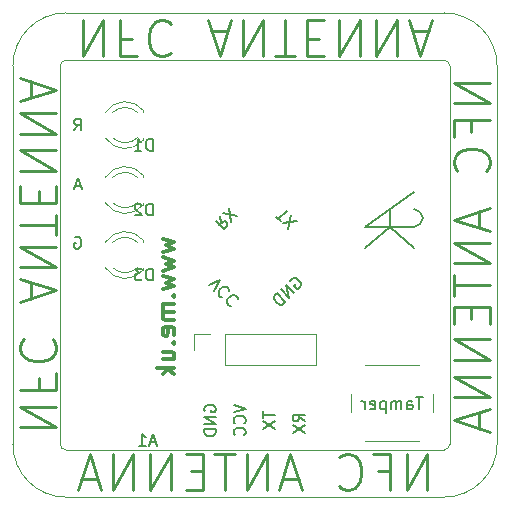
<source format=gbr>
%TF.GenerationSoftware,KiCad,Pcbnew,(5.1.9-0-10_14)*%
%TF.CreationDate,2021-04-20T20:33:20+01:00*%
%TF.ProjectId,PN532,504e3533-322e-46b6-9963-61645f706362,rev?*%
%TF.SameCoordinates,Original*%
%TF.FileFunction,Legend,Bot*%
%TF.FilePolarity,Positive*%
%FSLAX46Y46*%
G04 Gerber Fmt 4.6, Leading zero omitted, Abs format (unit mm)*
G04 Created by KiCad (PCBNEW (5.1.9-0-10_14)) date 2021-04-20 20:33:20*
%MOMM*%
%LPD*%
G01*
G04 APERTURE LIST*
%ADD10C,0.150000*%
%ADD11C,0.300000*%
%ADD12C,0.200000*%
%ADD13C,0.120000*%
%ADD14C,0.250000*%
G04 APERTURE END LIST*
D10*
X135195238Y-91052380D02*
X134623809Y-91052380D01*
X134909523Y-92052380D02*
X134909523Y-91052380D01*
X133861904Y-92052380D02*
X133861904Y-91528571D01*
X133909523Y-91433333D01*
X134004761Y-91385714D01*
X134195238Y-91385714D01*
X134290476Y-91433333D01*
X133861904Y-92004761D02*
X133957142Y-92052380D01*
X134195238Y-92052380D01*
X134290476Y-92004761D01*
X134338095Y-91909523D01*
X134338095Y-91814285D01*
X134290476Y-91719047D01*
X134195238Y-91671428D01*
X133957142Y-91671428D01*
X133861904Y-91623809D01*
X133385714Y-92052380D02*
X133385714Y-91385714D01*
X133385714Y-91480952D02*
X133338095Y-91433333D01*
X133242857Y-91385714D01*
X133100000Y-91385714D01*
X133004761Y-91433333D01*
X132957142Y-91528571D01*
X132957142Y-92052380D01*
X132957142Y-91528571D02*
X132909523Y-91433333D01*
X132814285Y-91385714D01*
X132671428Y-91385714D01*
X132576190Y-91433333D01*
X132528571Y-91528571D01*
X132528571Y-92052380D01*
X132052380Y-91385714D02*
X132052380Y-92385714D01*
X132052380Y-91433333D02*
X131957142Y-91385714D01*
X131766666Y-91385714D01*
X131671428Y-91433333D01*
X131623809Y-91480952D01*
X131576190Y-91576190D01*
X131576190Y-91861904D01*
X131623809Y-91957142D01*
X131671428Y-92004761D01*
X131766666Y-92052380D01*
X131957142Y-92052380D01*
X132052380Y-92004761D01*
X130766666Y-92004761D02*
X130861904Y-92052380D01*
X131052380Y-92052380D01*
X131147619Y-92004761D01*
X131195238Y-91909523D01*
X131195238Y-91528571D01*
X131147619Y-91433333D01*
X131052380Y-91385714D01*
X130861904Y-91385714D01*
X130766666Y-91433333D01*
X130719047Y-91528571D01*
X130719047Y-91623809D01*
X131195238Y-91719047D01*
X130290476Y-92052380D02*
X130290476Y-91385714D01*
X130290476Y-91576190D02*
X130242857Y-91480952D01*
X130195238Y-91433333D01*
X130100000Y-91385714D01*
X130004761Y-91385714D01*
D11*
X113178571Y-77614285D02*
X114178571Y-77900000D01*
X113464285Y-78185714D01*
X114178571Y-78471428D01*
X113178571Y-78757142D01*
X113178571Y-79185714D02*
X114178571Y-79471428D01*
X113464285Y-79757142D01*
X114178571Y-80042857D01*
X113178571Y-80328571D01*
X113178571Y-80757142D02*
X114178571Y-81042857D01*
X113464285Y-81328571D01*
X114178571Y-81614285D01*
X113178571Y-81900000D01*
X114035714Y-82471428D02*
X114107142Y-82542857D01*
X114178571Y-82471428D01*
X114107142Y-82400000D01*
X114035714Y-82471428D01*
X114178571Y-82471428D01*
X114178571Y-83185714D02*
X113178571Y-83185714D01*
X113321428Y-83185714D02*
X113250000Y-83257142D01*
X113178571Y-83400000D01*
X113178571Y-83614285D01*
X113250000Y-83757142D01*
X113392857Y-83828571D01*
X114178571Y-83828571D01*
X113392857Y-83828571D02*
X113250000Y-83900000D01*
X113178571Y-84042857D01*
X113178571Y-84257142D01*
X113250000Y-84400000D01*
X113392857Y-84471428D01*
X114178571Y-84471428D01*
X114107142Y-85757142D02*
X114178571Y-85614285D01*
X114178571Y-85328571D01*
X114107142Y-85185714D01*
X113964285Y-85114285D01*
X113392857Y-85114285D01*
X113250000Y-85185714D01*
X113178571Y-85328571D01*
X113178571Y-85614285D01*
X113250000Y-85757142D01*
X113392857Y-85828571D01*
X113535714Y-85828571D01*
X113678571Y-85114285D01*
X114035714Y-86471428D02*
X114107142Y-86542857D01*
X114178571Y-86471428D01*
X114107142Y-86400000D01*
X114035714Y-86471428D01*
X114178571Y-86471428D01*
X113178571Y-87828571D02*
X114178571Y-87828571D01*
X113178571Y-87185714D02*
X113964285Y-87185714D01*
X114107142Y-87257142D01*
X114178571Y-87400000D01*
X114178571Y-87614285D01*
X114107142Y-87757142D01*
X114035714Y-87828571D01*
X114178571Y-88542857D02*
X112678571Y-88542857D01*
X113607142Y-88685714D02*
X114178571Y-89114285D01*
X113178571Y-89114285D02*
X113750000Y-88542857D01*
D10*
X118062267Y-75697969D02*
X118163282Y-76270389D01*
X117658206Y-76102030D02*
X118365312Y-76809137D01*
X118634687Y-76539763D01*
X118668358Y-76438748D01*
X118668358Y-76371404D01*
X118634687Y-76270389D01*
X118533671Y-76169374D01*
X118432656Y-76135702D01*
X118365312Y-76135702D01*
X118264297Y-76169374D01*
X117994923Y-76438748D01*
X119005076Y-76169374D02*
X118769374Y-74990862D01*
X119476480Y-75697969D02*
X118297969Y-75462267D01*
X122774026Y-75748477D02*
X123178087Y-76152538D01*
X123683164Y-75243400D02*
X122976057Y-75950507D01*
X123346446Y-76320896D02*
X124524957Y-76085194D01*
X123817851Y-76792301D02*
X124053553Y-75613790D01*
X117069965Y-81544416D02*
X118012774Y-81073011D01*
X117541370Y-82015820D01*
X118820896Y-82015820D02*
X118820896Y-81948477D01*
X118753553Y-81813790D01*
X118686209Y-81746446D01*
X118551522Y-81679103D01*
X118416835Y-81679103D01*
X118315820Y-81712774D01*
X118147461Y-81813790D01*
X118046446Y-81914805D01*
X117945431Y-82083164D01*
X117911759Y-82184179D01*
X117911759Y-82318866D01*
X117979103Y-82453553D01*
X118046446Y-82520896D01*
X118181133Y-82588240D01*
X118248477Y-82588240D01*
X119528003Y-82722927D02*
X119528003Y-82655583D01*
X119460660Y-82520896D01*
X119393316Y-82453553D01*
X119258629Y-82386209D01*
X119123942Y-82386209D01*
X119022927Y-82419881D01*
X118854568Y-82520896D01*
X118753553Y-82621912D01*
X118652538Y-82790270D01*
X118618866Y-82891286D01*
X118618866Y-83025973D01*
X118686209Y-83160660D01*
X118753553Y-83228003D01*
X118888240Y-83295347D01*
X118955583Y-83295347D01*
X123985194Y-81207698D02*
X124018866Y-81106683D01*
X124119881Y-81005668D01*
X124254568Y-80938324D01*
X124389255Y-80938324D01*
X124490270Y-80971996D01*
X124658629Y-81073011D01*
X124759644Y-81174026D01*
X124860660Y-81342385D01*
X124894331Y-81443400D01*
X124894331Y-81578087D01*
X124826988Y-81712774D01*
X124759644Y-81780118D01*
X124624957Y-81847461D01*
X124557614Y-81847461D01*
X124321912Y-81611759D01*
X124456599Y-81477072D01*
X124321912Y-82217851D02*
X123614805Y-81510744D01*
X123917851Y-82621912D01*
X123210744Y-81914805D01*
X123581133Y-82958629D02*
X122874026Y-82251522D01*
X122705668Y-82419881D01*
X122638324Y-82554568D01*
X122638324Y-82689255D01*
X122671996Y-82790270D01*
X122773011Y-82958629D01*
X122874026Y-83059644D01*
X123042385Y-83160660D01*
X123143400Y-83194331D01*
X123278087Y-83194331D01*
X123412774Y-83126988D01*
X123581133Y-82958629D01*
X106238095Y-73166666D02*
X105761904Y-73166666D01*
X106333333Y-73452380D02*
X106000000Y-72452380D01*
X105666666Y-73452380D01*
X105738095Y-77500000D02*
X105833333Y-77452380D01*
X105976190Y-77452380D01*
X106119047Y-77500000D01*
X106214285Y-77595238D01*
X106261904Y-77690476D01*
X106309523Y-77880952D01*
X106309523Y-78023809D01*
X106261904Y-78214285D01*
X106214285Y-78309523D01*
X106119047Y-78404761D01*
X105976190Y-78452380D01*
X105880952Y-78452380D01*
X105738095Y-78404761D01*
X105690476Y-78357142D01*
X105690476Y-78023809D01*
X105880952Y-78023809D01*
X105690476Y-68452380D02*
X106023809Y-67976190D01*
X106261904Y-68452380D02*
X106261904Y-67452380D01*
X105880952Y-67452380D01*
X105785714Y-67500000D01*
X105738095Y-67547619D01*
X105690476Y-67642857D01*
X105690476Y-67785714D01*
X105738095Y-67880952D01*
X105785714Y-67928571D01*
X105880952Y-67976190D01*
X106261904Y-67976190D01*
X125202380Y-93083333D02*
X124726190Y-92750000D01*
X125202380Y-92511904D02*
X124202380Y-92511904D01*
X124202380Y-92892857D01*
X124250000Y-92988095D01*
X124297619Y-93035714D01*
X124392857Y-93083333D01*
X124535714Y-93083333D01*
X124630952Y-93035714D01*
X124678571Y-92988095D01*
X124726190Y-92892857D01*
X124726190Y-92511904D01*
X124202380Y-93416666D02*
X125202380Y-94083333D01*
X124202380Y-94083333D02*
X125202380Y-93416666D01*
X119202380Y-91666666D02*
X120202380Y-92000000D01*
X119202380Y-92333333D01*
X120107142Y-93238095D02*
X120154761Y-93190476D01*
X120202380Y-93047619D01*
X120202380Y-92952380D01*
X120154761Y-92809523D01*
X120059523Y-92714285D01*
X119964285Y-92666666D01*
X119773809Y-92619047D01*
X119630952Y-92619047D01*
X119440476Y-92666666D01*
X119345238Y-92714285D01*
X119250000Y-92809523D01*
X119202380Y-92952380D01*
X119202380Y-93047619D01*
X119250000Y-93190476D01*
X119297619Y-93238095D01*
X120107142Y-94238095D02*
X120154761Y-94190476D01*
X120202380Y-94047619D01*
X120202380Y-93952380D01*
X120154761Y-93809523D01*
X120059523Y-93714285D01*
X119964285Y-93666666D01*
X119773809Y-93619047D01*
X119630952Y-93619047D01*
X119440476Y-93666666D01*
X119345238Y-93714285D01*
X119250000Y-93809523D01*
X119202380Y-93952380D01*
X119202380Y-94047619D01*
X119250000Y-94190476D01*
X119297619Y-94238095D01*
X121702380Y-92238095D02*
X121702380Y-92809523D01*
X122702380Y-92523809D02*
X121702380Y-92523809D01*
X121702380Y-93047619D02*
X122702380Y-93714285D01*
X121702380Y-93714285D02*
X122702380Y-93047619D01*
X116750000Y-92238095D02*
X116702380Y-92142857D01*
X116702380Y-92000000D01*
X116750000Y-91857142D01*
X116845238Y-91761904D01*
X116940476Y-91714285D01*
X117130952Y-91666666D01*
X117273809Y-91666666D01*
X117464285Y-91714285D01*
X117559523Y-91761904D01*
X117654761Y-91857142D01*
X117702380Y-92000000D01*
X117702380Y-92095238D01*
X117654761Y-92238095D01*
X117607142Y-92285714D01*
X117273809Y-92285714D01*
X117273809Y-92095238D01*
X117702380Y-92714285D02*
X116702380Y-92714285D01*
X117702380Y-93285714D01*
X116702380Y-93285714D01*
X117702380Y-93761904D02*
X116702380Y-93761904D01*
X116702380Y-94000000D01*
X116750000Y-94142857D01*
X116845238Y-94238095D01*
X116940476Y-94285714D01*
X117130952Y-94333333D01*
X117273809Y-94333333D01*
X117464285Y-94285714D01*
X117559523Y-94238095D01*
X117654761Y-94142857D01*
X117702380Y-94000000D01*
X117702380Y-93761904D01*
D12*
%TO.C,AJK1*%
X130350000Y-78370000D02*
X132408820Y-76605290D01*
X132409000Y-76605300D02*
X132409000Y-75134700D01*
X132408820Y-76605290D02*
X134467650Y-78370000D01*
X134987579Y-75350074D02*
X134467650Y-75134712D01*
X134987579Y-76389938D02*
X135202940Y-75870006D01*
X135202940Y-75870006D02*
X134987579Y-75350074D01*
X130350000Y-76605300D02*
X134467650Y-76605300D01*
X134467650Y-76605300D02*
X134987579Y-76389938D01*
X134467650Y-73664120D02*
X130350000Y-76605300D01*
D13*
%TO.C,A1*%
X104500000Y-95000000D02*
X104500000Y-63000000D01*
X100500000Y-95000000D02*
X100500000Y-63000000D01*
X105000000Y-95500000D02*
X137000000Y-95500000D01*
X137000000Y-99500000D02*
X105000000Y-99500000D01*
X137500000Y-95000000D02*
X137500000Y-63000000D01*
X137000000Y-62500000D02*
X105000000Y-62500000D01*
X105000000Y-58500000D02*
X137000000Y-58500000D01*
X141500000Y-63000000D02*
X141500000Y-95000000D01*
X105000000Y-58500000D02*
G75*
G03*
X100500000Y-63000000I0J-4500000D01*
G01*
X100500000Y-95000000D02*
G75*
G03*
X105000000Y-99500000I4500000J0D01*
G01*
X137000000Y-99500000D02*
G75*
G03*
X141500000Y-95000000I0J4500000D01*
G01*
X141500000Y-63000000D02*
G75*
G03*
X137000000Y-58500000I-4500000J0D01*
G01*
X137500000Y-63000000D02*
G75*
G03*
X137000000Y-62500000I-500000J0D01*
G01*
X105000000Y-62500000D02*
G75*
G03*
X104500000Y-63000000I0J-500000D01*
G01*
X104500000Y-95000000D02*
G75*
G03*
X105000000Y-95500000I500000J0D01*
G01*
X137000000Y-95500000D02*
G75*
G03*
X137500000Y-95000000I0J500000D01*
G01*
%TO.C,J1*%
X126140000Y-85670000D02*
X126140000Y-88330000D01*
X118460000Y-85670000D02*
X126140000Y-85670000D01*
X118460000Y-88330000D02*
X126140000Y-88330000D01*
X118460000Y-85670000D02*
X118460000Y-88330000D01*
X117190000Y-85670000D02*
X115860000Y-85670000D01*
X115860000Y-85670000D02*
X115860000Y-87000000D01*
%TO.C,SW1*%
X134850000Y-94775000D02*
X130350000Y-94775000D01*
X136100000Y-90775000D02*
X136100000Y-92275000D01*
X130350000Y-88275000D02*
X134850000Y-88275000D01*
X129100000Y-92275000D02*
X129100000Y-90775000D01*
%TO.C,D1*%
X111560000Y-69080000D02*
X111560000Y-69236000D01*
X111560000Y-66764000D02*
X111560000Y-66920000D01*
X108958870Y-69079837D02*
G75*
G03*
X111040961Y-69080000I1041130J1079837D01*
G01*
X108958870Y-66920163D02*
G75*
G02*
X111040961Y-66920000I1041130J-1079837D01*
G01*
X108327665Y-69078608D02*
G75*
G03*
X111560000Y-69235516I1672335J1078608D01*
G01*
X108327665Y-66921392D02*
G75*
G02*
X111560000Y-66764484I1672335J-1078608D01*
G01*
%TO.C,D2*%
X111560000Y-74580000D02*
X111560000Y-74736000D01*
X111560000Y-72264000D02*
X111560000Y-72420000D01*
X108958870Y-74579837D02*
G75*
G03*
X111040961Y-74580000I1041130J1079837D01*
G01*
X108958870Y-72420163D02*
G75*
G02*
X111040961Y-72420000I1041130J-1079837D01*
G01*
X108327665Y-74578608D02*
G75*
G03*
X111560000Y-74735516I1672335J1078608D01*
G01*
X108327665Y-72421392D02*
G75*
G02*
X111560000Y-72264484I1672335J-1078608D01*
G01*
%TO.C,D3*%
X111560000Y-80080000D02*
X111560000Y-80236000D01*
X111560000Y-77764000D02*
X111560000Y-77920000D01*
X108958870Y-80079837D02*
G75*
G03*
X111040961Y-80080000I1041130J1079837D01*
G01*
X108958870Y-77920163D02*
G75*
G02*
X111040961Y-77920000I1041130J-1079837D01*
G01*
X108327665Y-80078608D02*
G75*
G03*
X111560000Y-80235516I1672335J1078608D01*
G01*
X108327665Y-77921392D02*
G75*
G02*
X111560000Y-77764484I1672335J-1078608D01*
G01*
%TO.C,A1*%
D10*
X112614285Y-94866666D02*
X112138095Y-94866666D01*
X112709523Y-95152380D02*
X112376190Y-94152380D01*
X112042857Y-95152380D01*
X111185714Y-95152380D02*
X111757142Y-95152380D01*
X111471428Y-95152380D02*
X111471428Y-94152380D01*
X111566666Y-94295238D01*
X111661904Y-94390476D01*
X111757142Y-94438095D01*
D14*
X140857142Y-64428571D02*
X137857142Y-64428571D01*
X140857142Y-66142857D01*
X137857142Y-66142857D01*
X139285714Y-68571428D02*
X139285714Y-67571428D01*
X140857142Y-67571428D02*
X137857142Y-67571428D01*
X137857142Y-69000000D01*
X140571428Y-71857142D02*
X140714285Y-71714285D01*
X140857142Y-71285714D01*
X140857142Y-71000000D01*
X140714285Y-70571428D01*
X140428571Y-70285714D01*
X140142857Y-70142857D01*
X139571428Y-70000000D01*
X139142857Y-70000000D01*
X138571428Y-70142857D01*
X138285714Y-70285714D01*
X138000000Y-70571428D01*
X137857142Y-71000000D01*
X137857142Y-71285714D01*
X138000000Y-71714285D01*
X138142857Y-71857142D01*
X140000000Y-75285714D02*
X140000000Y-76714285D01*
X140857142Y-75000000D02*
X137857142Y-76000000D01*
X140857142Y-77000000D01*
X140857142Y-78000000D02*
X137857142Y-78000000D01*
X140857142Y-79714285D01*
X137857142Y-79714285D01*
X137857142Y-80714285D02*
X137857142Y-82428571D01*
X140857142Y-81571428D02*
X137857142Y-81571428D01*
X139285714Y-83428571D02*
X139285714Y-84428571D01*
X140857142Y-84857142D02*
X140857142Y-83428571D01*
X137857142Y-83428571D01*
X137857142Y-84857142D01*
X140857142Y-86142857D02*
X137857142Y-86142857D01*
X140857142Y-87857142D01*
X137857142Y-87857142D01*
X140857142Y-89285714D02*
X137857142Y-89285714D01*
X140857142Y-90999999D01*
X137857142Y-90999999D01*
X140000000Y-92285714D02*
X140000000Y-93714285D01*
X140857142Y-91999999D02*
X137857142Y-92999999D01*
X140857142Y-93999999D01*
X101142857Y-93571428D02*
X104142857Y-93571428D01*
X101142857Y-91857142D01*
X104142857Y-91857142D01*
X102714285Y-89428571D02*
X102714285Y-90428571D01*
X101142857Y-90428571D02*
X104142857Y-90428571D01*
X104142857Y-89000000D01*
X101428571Y-86142857D02*
X101285714Y-86285714D01*
X101142857Y-86714285D01*
X101142857Y-87000000D01*
X101285714Y-87428571D01*
X101571428Y-87714285D01*
X101857142Y-87857142D01*
X102428571Y-88000000D01*
X102857142Y-88000000D01*
X103428571Y-87857142D01*
X103714285Y-87714285D01*
X104000000Y-87428571D01*
X104142857Y-87000000D01*
X104142857Y-86714285D01*
X104000000Y-86285714D01*
X103857142Y-86142857D01*
X102000000Y-82714285D02*
X102000000Y-81285714D01*
X101142857Y-83000000D02*
X104142857Y-82000000D01*
X101142857Y-81000000D01*
X101142857Y-80000000D02*
X104142857Y-80000000D01*
X101142857Y-78285714D01*
X104142857Y-78285714D01*
X104142857Y-77285714D02*
X104142857Y-75571428D01*
X101142857Y-76428571D02*
X104142857Y-76428571D01*
X102714285Y-74571428D02*
X102714285Y-73571428D01*
X101142857Y-73142857D02*
X101142857Y-74571428D01*
X104142857Y-74571428D01*
X104142857Y-73142857D01*
X101142857Y-71857142D02*
X104142857Y-71857142D01*
X101142857Y-70142857D01*
X104142857Y-70142857D01*
X101142857Y-68714285D02*
X104142857Y-68714285D01*
X101142857Y-67000000D01*
X104142857Y-67000000D01*
X102000000Y-65714285D02*
X102000000Y-64285714D01*
X101142857Y-66000000D02*
X104142857Y-65000000D01*
X101142857Y-64000000D01*
X106428571Y-59142857D02*
X106428571Y-62142857D01*
X108142857Y-59142857D01*
X108142857Y-62142857D01*
X110571428Y-60714285D02*
X109571428Y-60714285D01*
X109571428Y-59142857D02*
X109571428Y-62142857D01*
X111000000Y-62142857D01*
X113857142Y-59428571D02*
X113714285Y-59285714D01*
X113285714Y-59142857D01*
X113000000Y-59142857D01*
X112571428Y-59285714D01*
X112285714Y-59571428D01*
X112142857Y-59857142D01*
X112000000Y-60428571D01*
X112000000Y-60857142D01*
X112142857Y-61428571D01*
X112285714Y-61714285D01*
X112571428Y-62000000D01*
X113000000Y-62142857D01*
X113285714Y-62142857D01*
X113714285Y-62000000D01*
X113857142Y-61857142D01*
X117285714Y-60000000D02*
X118714285Y-60000000D01*
X117000000Y-59142857D02*
X118000000Y-62142857D01*
X119000000Y-59142857D01*
X120000000Y-59142857D02*
X120000000Y-62142857D01*
X121714285Y-59142857D01*
X121714285Y-62142857D01*
X122714285Y-62142857D02*
X124428571Y-62142857D01*
X123571428Y-59142857D02*
X123571428Y-62142857D01*
X125428571Y-60714285D02*
X126428571Y-60714285D01*
X126857142Y-59142857D02*
X125428571Y-59142857D01*
X125428571Y-62142857D01*
X126857142Y-62142857D01*
X128142857Y-59142857D02*
X128142857Y-62142857D01*
X129857142Y-59142857D01*
X129857142Y-62142857D01*
X131285714Y-59142857D02*
X131285714Y-62142857D01*
X132999999Y-59142857D01*
X132999999Y-62142857D01*
X134285714Y-60000000D02*
X135714285Y-60000000D01*
X133999999Y-59142857D02*
X135000000Y-62142857D01*
X136000000Y-59142857D01*
X135571428Y-98857142D02*
X135571428Y-95857142D01*
X133857142Y-98857142D01*
X133857142Y-95857142D01*
X131428571Y-97285714D02*
X132428571Y-97285714D01*
X132428571Y-98857142D02*
X132428571Y-95857142D01*
X131000000Y-95857142D01*
X128142857Y-98571428D02*
X128285714Y-98714285D01*
X128714285Y-98857142D01*
X129000000Y-98857142D01*
X129428571Y-98714285D01*
X129714285Y-98428571D01*
X129857142Y-98142857D01*
X130000000Y-97571428D01*
X130000000Y-97142857D01*
X129857142Y-96571428D01*
X129714285Y-96285714D01*
X129428571Y-96000000D01*
X129000000Y-95857142D01*
X128714285Y-95857142D01*
X128285714Y-96000000D01*
X128142857Y-96142857D01*
X124714285Y-98000000D02*
X123285714Y-98000000D01*
X125000000Y-98857142D02*
X124000000Y-95857142D01*
X123000000Y-98857142D01*
X122000000Y-98857142D02*
X122000000Y-95857142D01*
X120285714Y-98857142D01*
X120285714Y-95857142D01*
X119285714Y-95857142D02*
X117571428Y-95857142D01*
X118428571Y-98857142D02*
X118428571Y-95857142D01*
X116571428Y-97285714D02*
X115571428Y-97285714D01*
X115142857Y-98857142D02*
X116571428Y-98857142D01*
X116571428Y-95857142D01*
X115142857Y-95857142D01*
X113857142Y-98857142D02*
X113857142Y-95857142D01*
X112142857Y-98857142D01*
X112142857Y-95857142D01*
X110714285Y-98857142D02*
X110714285Y-95857142D01*
X109000000Y-98857142D01*
X109000000Y-95857142D01*
X107714285Y-98000000D02*
X106285714Y-98000000D01*
X108000000Y-98857142D02*
X107000000Y-95857142D01*
X106000000Y-98857142D01*
%TO.C,D1*%
D10*
X112338095Y-70152380D02*
X112338095Y-69152380D01*
X112100000Y-69152380D01*
X111957142Y-69200000D01*
X111861904Y-69295238D01*
X111814285Y-69390476D01*
X111766666Y-69580952D01*
X111766666Y-69723809D01*
X111814285Y-69914285D01*
X111861904Y-70009523D01*
X111957142Y-70104761D01*
X112100000Y-70152380D01*
X112338095Y-70152380D01*
X110814285Y-70152380D02*
X111385714Y-70152380D01*
X111100000Y-70152380D02*
X111100000Y-69152380D01*
X111195238Y-69295238D01*
X111290476Y-69390476D01*
X111385714Y-69438095D01*
%TO.C,D2*%
X112338095Y-75652380D02*
X112338095Y-74652380D01*
X112100000Y-74652380D01*
X111957142Y-74700000D01*
X111861904Y-74795238D01*
X111814285Y-74890476D01*
X111766666Y-75080952D01*
X111766666Y-75223809D01*
X111814285Y-75414285D01*
X111861904Y-75509523D01*
X111957142Y-75604761D01*
X112100000Y-75652380D01*
X112338095Y-75652380D01*
X111385714Y-74747619D02*
X111338095Y-74700000D01*
X111242857Y-74652380D01*
X111004761Y-74652380D01*
X110909523Y-74700000D01*
X110861904Y-74747619D01*
X110814285Y-74842857D01*
X110814285Y-74938095D01*
X110861904Y-75080952D01*
X111433333Y-75652380D01*
X110814285Y-75652380D01*
%TO.C,D3*%
X112338095Y-81152380D02*
X112338095Y-80152380D01*
X112100000Y-80152380D01*
X111957142Y-80200000D01*
X111861904Y-80295238D01*
X111814285Y-80390476D01*
X111766666Y-80580952D01*
X111766666Y-80723809D01*
X111814285Y-80914285D01*
X111861904Y-81009523D01*
X111957142Y-81104761D01*
X112100000Y-81152380D01*
X112338095Y-81152380D01*
X111433333Y-80152380D02*
X110814285Y-80152380D01*
X111147619Y-80533333D01*
X111004761Y-80533333D01*
X110909523Y-80580952D01*
X110861904Y-80628571D01*
X110814285Y-80723809D01*
X110814285Y-80961904D01*
X110861904Y-81057142D01*
X110909523Y-81104761D01*
X111004761Y-81152380D01*
X111290476Y-81152380D01*
X111385714Y-81104761D01*
X111433333Y-81057142D01*
%TD*%
M02*

</source>
